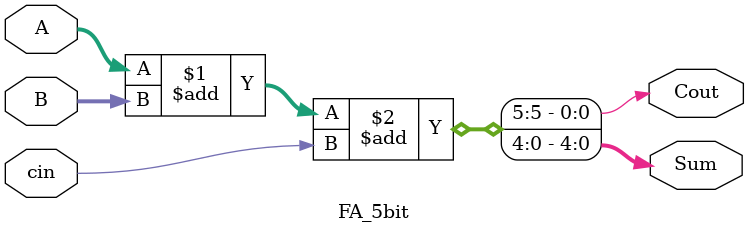
<source format=v>
`timescale 1ns / 1ps

module FA_5bit(
    input [4:0] A,
    input [4:0] B,
    input cin,
    output  [4:0] Sum,
    output Cout
    );
    
assign {Cout, Sum} = A + B + cin;

endmodule
    
</source>
